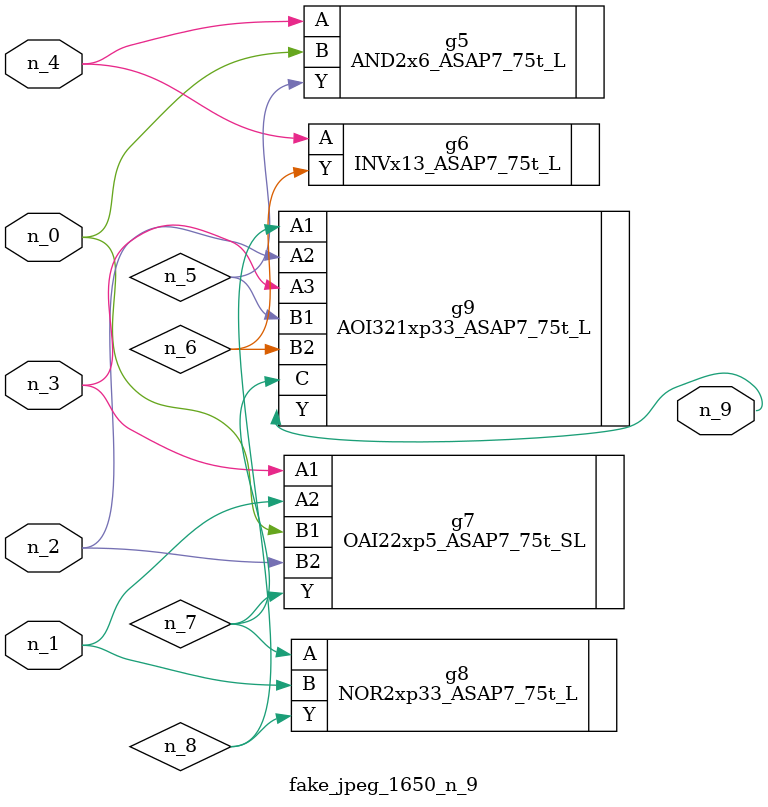
<source format=v>
module fake_jpeg_1650_n_9 (n_3, n_2, n_1, n_0, n_4, n_9);

input n_3;
input n_2;
input n_1;
input n_0;
input n_4;

output n_9;

wire n_8;
wire n_6;
wire n_5;
wire n_7;

AND2x6_ASAP7_75t_L g5 ( 
.A(n_4),
.B(n_0),
.Y(n_5)
);

INVx13_ASAP7_75t_L g6 ( 
.A(n_4),
.Y(n_6)
);

OAI22xp5_ASAP7_75t_SL g7 ( 
.A1(n_3),
.A2(n_1),
.B1(n_0),
.B2(n_2),
.Y(n_7)
);

NOR2xp33_ASAP7_75t_L g8 ( 
.A(n_7),
.B(n_1),
.Y(n_8)
);

AOI321xp33_ASAP7_75t_L g9 ( 
.A1(n_8),
.A2(n_2),
.A3(n_3),
.B1(n_5),
.B2(n_6),
.C(n_7),
.Y(n_9)
);


endmodule
</source>
